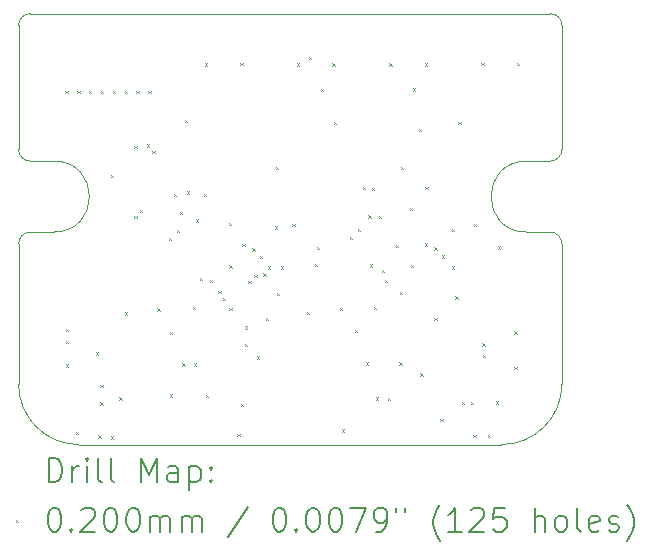
<source format=gbr>
%TF.GenerationSoftware,KiCad,Pcbnew,7.0.7*%
%TF.CreationDate,2023-12-03T17:34:22+00:00*%
%TF.ProjectId,tundraIOExpansion,74756e64-7261-4494-9f45-7870616e7369,rev?*%
%TF.SameCoordinates,Original*%
%TF.FileFunction,Drillmap*%
%TF.FilePolarity,Positive*%
%FSLAX45Y45*%
G04 Gerber Fmt 4.5, Leading zero omitted, Abs format (unit mm)*
G04 Created by KiCad (PCBNEW 7.0.7) date 2023-12-03 17:34:22*
%MOMM*%
%LPD*%
G01*
G04 APERTURE LIST*
%ADD10C,0.100000*%
%ADD11C,0.200000*%
%ADD12C,0.020000*%
G04 APERTURE END LIST*
D10*
X11578000Y-6809000D02*
G75*
G03*
X11678000Y-6909000I100000J0D01*
G01*
X11678000Y-7509000D02*
G75*
G03*
X11578000Y-7609000I0J-100000D01*
G01*
X16178000Y-7609000D02*
G75*
G03*
X16078000Y-7509000I-100000J0D01*
G01*
X16078000Y-6909000D02*
G75*
G03*
X16178000Y-6809000I0J100000D01*
G01*
X16178000Y-5759000D02*
G75*
G03*
X16078000Y-5659000I-100000J0D01*
G01*
X11678000Y-5659000D02*
G75*
G03*
X11578000Y-5759000I0J-100000D01*
G01*
X15665900Y-9309000D02*
G75*
G03*
X16178000Y-8796900I0J512100D01*
G01*
X11578000Y-8796900D02*
G75*
G03*
X12090100Y-9309000I512100J0D01*
G01*
X11578000Y-6809000D02*
X11578000Y-5759000D01*
X11878000Y-7509000D02*
X11678000Y-7509000D01*
X15878000Y-6909000D02*
X16078000Y-6909000D01*
X12090100Y-9309000D02*
X15665900Y-9309000D01*
X16178000Y-6809000D02*
X16178000Y-5759000D01*
X11578000Y-7609000D02*
X11578000Y-8796900D01*
X16078000Y-7509000D02*
X15878000Y-7509000D01*
X11678000Y-6909000D02*
X11878000Y-6909000D01*
X16078000Y-5659000D02*
X11678000Y-5659000D01*
X11878000Y-7509000D02*
G75*
G03*
X11878000Y-6909000I0J300000D01*
G01*
X16178000Y-8796900D02*
X16178000Y-7609000D01*
X15878000Y-6909000D02*
G75*
G03*
X15878000Y-7509000I0J-300000D01*
G01*
D11*
D12*
X11975000Y-6316000D02*
X11995000Y-6336000D01*
X11995000Y-6316000D02*
X11975000Y-6336000D01*
X11977000Y-8430000D02*
X11997000Y-8450000D01*
X11997000Y-8430000D02*
X11977000Y-8450000D01*
X11978000Y-8330000D02*
X11998000Y-8350000D01*
X11998000Y-8330000D02*
X11978000Y-8350000D01*
X11979000Y-8630000D02*
X11999000Y-8650000D01*
X11999000Y-8630000D02*
X11979000Y-8650000D01*
X12061000Y-9200000D02*
X12081000Y-9220000D01*
X12081000Y-9200000D02*
X12061000Y-9220000D01*
X12074000Y-6316000D02*
X12094000Y-6336000D01*
X12094000Y-6316000D02*
X12074000Y-6336000D01*
X12175000Y-6313000D02*
X12195000Y-6333000D01*
X12195000Y-6313000D02*
X12175000Y-6333000D01*
X12234000Y-8528000D02*
X12254000Y-8548000D01*
X12254000Y-8528000D02*
X12234000Y-8548000D01*
X12252000Y-9230000D02*
X12272000Y-9250000D01*
X12272000Y-9230000D02*
X12252000Y-9250000D01*
X12271000Y-8804000D02*
X12291000Y-8824000D01*
X12291000Y-8804000D02*
X12271000Y-8824000D01*
X12271000Y-8951000D02*
X12291000Y-8971000D01*
X12291000Y-8951000D02*
X12271000Y-8971000D01*
X12276000Y-6312000D02*
X12296000Y-6332000D01*
X12296000Y-6312000D02*
X12276000Y-6332000D01*
X12357000Y-9239000D02*
X12377000Y-9259000D01*
X12377000Y-9239000D02*
X12357000Y-9259000D01*
X12360000Y-7027000D02*
X12380000Y-7047000D01*
X12380000Y-7027000D02*
X12360000Y-7047000D01*
X12376000Y-6314000D02*
X12396000Y-6334000D01*
X12396000Y-6314000D02*
X12376000Y-6334000D01*
X12431000Y-8909000D02*
X12451000Y-8929000D01*
X12451000Y-8909000D02*
X12431000Y-8929000D01*
X12476000Y-6314000D02*
X12496000Y-6334000D01*
X12496000Y-6314000D02*
X12476000Y-6334000D01*
X12477000Y-8189000D02*
X12497000Y-8209000D01*
X12497000Y-8189000D02*
X12477000Y-8209000D01*
X12556578Y-7370502D02*
X12576578Y-7390502D01*
X12576578Y-7370502D02*
X12556578Y-7390502D01*
X12558350Y-6781000D02*
X12578350Y-6801000D01*
X12578350Y-6781000D02*
X12558350Y-6801000D01*
X12576000Y-6312000D02*
X12596000Y-6332000D01*
X12596000Y-6312000D02*
X12576000Y-6332000D01*
X12606000Y-7321000D02*
X12626000Y-7341000D01*
X12626000Y-7321000D02*
X12606000Y-7341000D01*
X12662921Y-6767422D02*
X12682921Y-6787422D01*
X12682921Y-6767422D02*
X12662921Y-6787422D01*
X12676000Y-6312000D02*
X12696000Y-6332000D01*
X12696000Y-6312000D02*
X12676000Y-6332000D01*
X12709622Y-6819499D02*
X12729622Y-6839499D01*
X12729622Y-6819499D02*
X12709622Y-6839499D01*
X12753886Y-8156322D02*
X12773886Y-8176322D01*
X12773886Y-8156322D02*
X12753886Y-8176322D01*
X12848000Y-7557000D02*
X12868000Y-7577000D01*
X12868000Y-7557000D02*
X12848000Y-7577000D01*
X12857700Y-8356000D02*
X12877700Y-8376000D01*
X12877700Y-8356000D02*
X12857700Y-8376000D01*
X12861000Y-8883000D02*
X12881000Y-8903000D01*
X12881000Y-8883000D02*
X12861000Y-8903000D01*
X12895000Y-7185000D02*
X12915000Y-7205000D01*
X12915000Y-7185000D02*
X12895000Y-7205000D01*
X12919000Y-7488000D02*
X12939000Y-7508000D01*
X12939000Y-7488000D02*
X12919000Y-7508000D01*
X12942000Y-7340000D02*
X12962000Y-7360000D01*
X12962000Y-7340000D02*
X12942000Y-7360000D01*
X12963000Y-8622300D02*
X12983000Y-8642300D01*
X12983000Y-8622300D02*
X12963000Y-8642300D01*
X12987000Y-6557000D02*
X13007000Y-6577000D01*
X13007000Y-6557000D02*
X12987000Y-6577000D01*
X13003000Y-7163750D02*
X13023000Y-7183750D01*
X13023000Y-7163750D02*
X13003000Y-7183750D01*
X13054086Y-8143178D02*
X13074086Y-8163178D01*
X13074086Y-8143178D02*
X13054086Y-8163178D01*
X13062543Y-8622000D02*
X13082543Y-8642000D01*
X13082543Y-8622000D02*
X13062543Y-8642000D01*
X13077274Y-7402725D02*
X13097274Y-7422725D01*
X13097274Y-7402725D02*
X13077274Y-7422725D01*
X13115000Y-7897000D02*
X13135000Y-7917000D01*
X13135000Y-7897000D02*
X13115000Y-7917000D01*
X13144731Y-7187269D02*
X13164731Y-7207269D01*
X13164731Y-7187269D02*
X13144731Y-7207269D01*
X13156000Y-6080000D02*
X13176000Y-6100000D01*
X13176000Y-6080000D02*
X13156000Y-6100000D01*
X13164000Y-8887000D02*
X13184000Y-8907000D01*
X13184000Y-8887000D02*
X13164000Y-8907000D01*
X13196436Y-7912564D02*
X13216436Y-7932564D01*
X13216436Y-7912564D02*
X13196436Y-7932564D01*
X13269000Y-8008000D02*
X13289000Y-8028000D01*
X13289000Y-8008000D02*
X13269000Y-8028000D01*
X13306460Y-8068832D02*
X13326460Y-8088832D01*
X13326460Y-8068832D02*
X13306460Y-8088832D01*
X13358000Y-7431000D02*
X13378000Y-7451000D01*
X13378000Y-7431000D02*
X13358000Y-7451000D01*
X13363357Y-7789642D02*
X13383357Y-7809642D01*
X13383357Y-7789642D02*
X13363357Y-7809642D01*
X13363441Y-8150253D02*
X13383441Y-8170253D01*
X13383441Y-8150253D02*
X13363441Y-8170253D01*
X13430000Y-9217000D02*
X13450000Y-9237000D01*
X13450000Y-9217000D02*
X13430000Y-9237000D01*
X13457000Y-6078000D02*
X13477000Y-6098000D01*
X13477000Y-6078000D02*
X13457000Y-6098000D01*
X13458000Y-8966000D02*
X13478000Y-8986000D01*
X13478000Y-8966000D02*
X13458000Y-8986000D01*
X13471969Y-7608410D02*
X13491969Y-7628410D01*
X13491969Y-7608410D02*
X13471969Y-7628410D01*
X13493000Y-8457000D02*
X13513000Y-8477000D01*
X13513000Y-8457000D02*
X13493000Y-8477000D01*
X13494000Y-8308000D02*
X13514000Y-8328000D01*
X13514000Y-8308000D02*
X13494000Y-8328000D01*
X13523979Y-7921399D02*
X13543979Y-7941399D01*
X13543979Y-7921399D02*
X13523979Y-7941399D01*
X13558098Y-7646507D02*
X13578098Y-7666507D01*
X13578098Y-7646507D02*
X13558098Y-7666507D01*
X13575000Y-7873546D02*
X13595000Y-7893546D01*
X13595000Y-7873546D02*
X13575000Y-7893546D01*
X13597275Y-8560275D02*
X13617275Y-8580275D01*
X13617275Y-8560275D02*
X13597275Y-8580275D01*
X13622398Y-7710806D02*
X13642398Y-7730806D01*
X13642398Y-7710806D02*
X13622398Y-7730806D01*
X13648822Y-7858252D02*
X13668822Y-7878252D01*
X13668822Y-7858252D02*
X13648822Y-7878252D01*
X13669000Y-8237000D02*
X13689000Y-8257000D01*
X13689000Y-8237000D02*
X13669000Y-8257000D01*
X13686000Y-7799000D02*
X13706000Y-7819000D01*
X13706000Y-7799000D02*
X13686000Y-7819000D01*
X13747270Y-7459730D02*
X13767270Y-7479730D01*
X13767270Y-7459730D02*
X13747270Y-7479730D01*
X13758000Y-6957000D02*
X13778000Y-6977000D01*
X13778000Y-6957000D02*
X13758000Y-6977000D01*
X13762885Y-8026185D02*
X13782885Y-8046185D01*
X13782885Y-8026185D02*
X13762885Y-8046185D01*
X13798834Y-7799351D02*
X13818834Y-7819351D01*
X13818834Y-7799351D02*
X13798834Y-7819351D01*
X13897000Y-7437000D02*
X13917000Y-7457000D01*
X13917000Y-7437000D02*
X13897000Y-7457000D01*
X13936000Y-6081000D02*
X13956000Y-6101000D01*
X13956000Y-6081000D02*
X13936000Y-6101000D01*
X14020114Y-8183678D02*
X14040114Y-8203678D01*
X14040114Y-8183678D02*
X14020114Y-8203678D01*
X14036000Y-6028000D02*
X14056000Y-6048000D01*
X14056000Y-6028000D02*
X14036000Y-6048000D01*
X14087000Y-7777000D02*
X14107000Y-7797000D01*
X14107000Y-7777000D02*
X14087000Y-7797000D01*
X14102000Y-7632000D02*
X14122000Y-7652000D01*
X14122000Y-7632000D02*
X14102000Y-7652000D01*
X14135000Y-6298000D02*
X14155000Y-6318000D01*
X14155000Y-6298000D02*
X14135000Y-6318000D01*
X14235000Y-6080000D02*
X14255000Y-6100000D01*
X14255000Y-6080000D02*
X14235000Y-6100000D01*
X14245000Y-6575000D02*
X14265000Y-6595000D01*
X14265000Y-6575000D02*
X14245000Y-6595000D01*
X14295886Y-8148322D02*
X14315886Y-8168322D01*
X14315886Y-8148322D02*
X14295886Y-8168322D01*
X14313000Y-9181000D02*
X14333000Y-9201000D01*
X14333000Y-9181000D02*
X14313000Y-9201000D01*
X14384000Y-7551000D02*
X14404000Y-7571000D01*
X14404000Y-7551000D02*
X14384000Y-7571000D01*
X14427000Y-8337000D02*
X14447000Y-8357000D01*
X14447000Y-8337000D02*
X14427000Y-8357000D01*
X14452000Y-7481000D02*
X14472000Y-7501000D01*
X14472000Y-7481000D02*
X14452000Y-7501000D01*
X14492783Y-7126712D02*
X14512783Y-7146712D01*
X14512783Y-7126712D02*
X14492783Y-7146712D01*
X14517000Y-8613000D02*
X14537000Y-8633000D01*
X14537000Y-8613000D02*
X14517000Y-8633000D01*
X14540000Y-7369000D02*
X14560000Y-7389000D01*
X14560000Y-7369000D02*
X14540000Y-7389000D01*
X14551225Y-7781225D02*
X14571225Y-7801225D01*
X14571225Y-7781225D02*
X14551225Y-7801225D01*
X14570939Y-7132684D02*
X14590939Y-7152684D01*
X14590939Y-7132684D02*
X14570939Y-7152684D01*
X14587000Y-8142000D02*
X14607000Y-8162000D01*
X14607000Y-8142000D02*
X14587000Y-8162000D01*
X14604000Y-8910000D02*
X14624000Y-8930000D01*
X14624000Y-8910000D02*
X14604000Y-8930000D01*
X14630000Y-7370000D02*
X14650000Y-7390000D01*
X14650000Y-7370000D02*
X14630000Y-7390000D01*
X14652152Y-7830848D02*
X14672152Y-7850848D01*
X14672152Y-7830848D02*
X14652152Y-7850848D01*
X14678000Y-7916000D02*
X14698000Y-7936000D01*
X14698000Y-7916000D02*
X14678000Y-7936000D01*
X14703000Y-8911000D02*
X14723000Y-8931000D01*
X14723000Y-8911000D02*
X14703000Y-8931000D01*
X14716000Y-6081000D02*
X14736000Y-6101000D01*
X14736000Y-6081000D02*
X14716000Y-6101000D01*
X14770000Y-7620000D02*
X14790000Y-7640000D01*
X14790000Y-7620000D02*
X14770000Y-7640000D01*
X14802000Y-8612000D02*
X14822000Y-8632000D01*
X14822000Y-8612000D02*
X14802000Y-8632000D01*
X14807000Y-8016000D02*
X14827000Y-8036000D01*
X14827000Y-8016000D02*
X14807000Y-8036000D01*
X14814000Y-6956000D02*
X14834000Y-6976000D01*
X14834000Y-6956000D02*
X14814000Y-6976000D01*
X14890000Y-7302362D02*
X14910000Y-7322362D01*
X14910000Y-7302362D02*
X14890000Y-7322362D01*
X14899000Y-7787000D02*
X14919000Y-7807000D01*
X14919000Y-7787000D02*
X14899000Y-7807000D01*
X14916000Y-6293000D02*
X14936000Y-6313000D01*
X14936000Y-6293000D02*
X14916000Y-6313000D01*
X14966000Y-6636000D02*
X14986000Y-6656000D01*
X14986000Y-6636000D02*
X14966000Y-6656000D01*
X14980275Y-8706275D02*
X15000275Y-8726275D01*
X15000275Y-8706275D02*
X14980275Y-8726275D01*
X15016000Y-6081000D02*
X15036000Y-6101000D01*
X15036000Y-6081000D02*
X15016000Y-6101000D01*
X15020000Y-7605000D02*
X15040000Y-7625000D01*
X15040000Y-7605000D02*
X15020000Y-7625000D01*
X15022000Y-7125000D02*
X15042000Y-7145000D01*
X15042000Y-7125000D02*
X15022000Y-7145000D01*
X15098000Y-8236000D02*
X15118000Y-8256000D01*
X15118000Y-8236000D02*
X15098000Y-8256000D01*
X15099000Y-7640000D02*
X15119000Y-7660000D01*
X15119000Y-7640000D02*
X15099000Y-7660000D01*
X15148000Y-9093000D02*
X15168000Y-9113000D01*
X15168000Y-9093000D02*
X15148000Y-9113000D01*
X15160000Y-7707000D02*
X15180000Y-7727000D01*
X15180000Y-7707000D02*
X15160000Y-7727000D01*
X15245700Y-7484700D02*
X15265700Y-7504700D01*
X15265700Y-7484700D02*
X15245700Y-7504700D01*
X15246000Y-7798000D02*
X15266000Y-7818000D01*
X15266000Y-7798000D02*
X15246000Y-7818000D01*
X15277000Y-8055000D02*
X15297000Y-8075000D01*
X15297000Y-8055000D02*
X15277000Y-8075000D01*
X15300000Y-6574000D02*
X15320000Y-6594000D01*
X15320000Y-6574000D02*
X15300000Y-6594000D01*
X15333000Y-8948000D02*
X15353000Y-8968000D01*
X15353000Y-8948000D02*
X15333000Y-8968000D01*
X15409000Y-8946000D02*
X15429000Y-8966000D01*
X15429000Y-8946000D02*
X15409000Y-8966000D01*
X15429000Y-9225000D02*
X15449000Y-9245000D01*
X15449000Y-9225000D02*
X15429000Y-9245000D01*
X15434000Y-7441000D02*
X15454000Y-7461000D01*
X15454000Y-7441000D02*
X15434000Y-7461000D01*
X15495000Y-6078000D02*
X15515000Y-6098000D01*
X15515000Y-6078000D02*
X15495000Y-6098000D01*
X15504000Y-8451000D02*
X15524000Y-8471000D01*
X15524000Y-8451000D02*
X15504000Y-8471000D01*
X15506000Y-8549000D02*
X15526000Y-8569000D01*
X15526000Y-8549000D02*
X15506000Y-8569000D01*
X15553000Y-9225000D02*
X15573000Y-9245000D01*
X15573000Y-9225000D02*
X15553000Y-9245000D01*
X15620000Y-8943000D02*
X15640000Y-8963000D01*
X15640000Y-8943000D02*
X15620000Y-8963000D01*
X15638000Y-7629000D02*
X15658000Y-7649000D01*
X15658000Y-7629000D02*
X15638000Y-7649000D01*
X15775000Y-8651000D02*
X15795000Y-8671000D01*
X15795000Y-8651000D02*
X15775000Y-8671000D01*
X15776000Y-8350000D02*
X15796000Y-8370000D01*
X15796000Y-8350000D02*
X15776000Y-8370000D01*
X15795000Y-6078000D02*
X15815000Y-6098000D01*
X15815000Y-6078000D02*
X15795000Y-6098000D01*
D11*
X11833777Y-9625484D02*
X11833777Y-9425484D01*
X11833777Y-9425484D02*
X11881396Y-9425484D01*
X11881396Y-9425484D02*
X11909967Y-9435008D01*
X11909967Y-9435008D02*
X11929015Y-9454055D01*
X11929015Y-9454055D02*
X11938539Y-9473103D01*
X11938539Y-9473103D02*
X11948062Y-9511198D01*
X11948062Y-9511198D02*
X11948062Y-9539770D01*
X11948062Y-9539770D02*
X11938539Y-9577865D01*
X11938539Y-9577865D02*
X11929015Y-9596912D01*
X11929015Y-9596912D02*
X11909967Y-9615960D01*
X11909967Y-9615960D02*
X11881396Y-9625484D01*
X11881396Y-9625484D02*
X11833777Y-9625484D01*
X12033777Y-9625484D02*
X12033777Y-9492150D01*
X12033777Y-9530246D02*
X12043301Y-9511198D01*
X12043301Y-9511198D02*
X12052824Y-9501674D01*
X12052824Y-9501674D02*
X12071872Y-9492150D01*
X12071872Y-9492150D02*
X12090920Y-9492150D01*
X12157586Y-9625484D02*
X12157586Y-9492150D01*
X12157586Y-9425484D02*
X12148062Y-9435008D01*
X12148062Y-9435008D02*
X12157586Y-9444531D01*
X12157586Y-9444531D02*
X12167110Y-9435008D01*
X12167110Y-9435008D02*
X12157586Y-9425484D01*
X12157586Y-9425484D02*
X12157586Y-9444531D01*
X12281396Y-9625484D02*
X12262348Y-9615960D01*
X12262348Y-9615960D02*
X12252824Y-9596912D01*
X12252824Y-9596912D02*
X12252824Y-9425484D01*
X12386158Y-9625484D02*
X12367110Y-9615960D01*
X12367110Y-9615960D02*
X12357586Y-9596912D01*
X12357586Y-9596912D02*
X12357586Y-9425484D01*
X12614729Y-9625484D02*
X12614729Y-9425484D01*
X12614729Y-9425484D02*
X12681396Y-9568341D01*
X12681396Y-9568341D02*
X12748062Y-9425484D01*
X12748062Y-9425484D02*
X12748062Y-9625484D01*
X12929015Y-9625484D02*
X12929015Y-9520722D01*
X12929015Y-9520722D02*
X12919491Y-9501674D01*
X12919491Y-9501674D02*
X12900443Y-9492150D01*
X12900443Y-9492150D02*
X12862348Y-9492150D01*
X12862348Y-9492150D02*
X12843301Y-9501674D01*
X12929015Y-9615960D02*
X12909967Y-9625484D01*
X12909967Y-9625484D02*
X12862348Y-9625484D01*
X12862348Y-9625484D02*
X12843301Y-9615960D01*
X12843301Y-9615960D02*
X12833777Y-9596912D01*
X12833777Y-9596912D02*
X12833777Y-9577865D01*
X12833777Y-9577865D02*
X12843301Y-9558817D01*
X12843301Y-9558817D02*
X12862348Y-9549293D01*
X12862348Y-9549293D02*
X12909967Y-9549293D01*
X12909967Y-9549293D02*
X12929015Y-9539770D01*
X13024253Y-9492150D02*
X13024253Y-9692150D01*
X13024253Y-9501674D02*
X13043301Y-9492150D01*
X13043301Y-9492150D02*
X13081396Y-9492150D01*
X13081396Y-9492150D02*
X13100443Y-9501674D01*
X13100443Y-9501674D02*
X13109967Y-9511198D01*
X13109967Y-9511198D02*
X13119491Y-9530246D01*
X13119491Y-9530246D02*
X13119491Y-9587389D01*
X13119491Y-9587389D02*
X13109967Y-9606436D01*
X13109967Y-9606436D02*
X13100443Y-9615960D01*
X13100443Y-9615960D02*
X13081396Y-9625484D01*
X13081396Y-9625484D02*
X13043301Y-9625484D01*
X13043301Y-9625484D02*
X13024253Y-9615960D01*
X13205205Y-9606436D02*
X13214729Y-9615960D01*
X13214729Y-9615960D02*
X13205205Y-9625484D01*
X13205205Y-9625484D02*
X13195682Y-9615960D01*
X13195682Y-9615960D02*
X13205205Y-9606436D01*
X13205205Y-9606436D02*
X13205205Y-9625484D01*
X13205205Y-9501674D02*
X13214729Y-9511198D01*
X13214729Y-9511198D02*
X13205205Y-9520722D01*
X13205205Y-9520722D02*
X13195682Y-9511198D01*
X13195682Y-9511198D02*
X13205205Y-9501674D01*
X13205205Y-9501674D02*
X13205205Y-9520722D01*
D12*
X11553000Y-9944000D02*
X11573000Y-9964000D01*
X11573000Y-9944000D02*
X11553000Y-9964000D01*
D11*
X11871872Y-9845484D02*
X11890920Y-9845484D01*
X11890920Y-9845484D02*
X11909967Y-9855008D01*
X11909967Y-9855008D02*
X11919491Y-9864531D01*
X11919491Y-9864531D02*
X11929015Y-9883579D01*
X11929015Y-9883579D02*
X11938539Y-9921674D01*
X11938539Y-9921674D02*
X11938539Y-9969293D01*
X11938539Y-9969293D02*
X11929015Y-10007389D01*
X11929015Y-10007389D02*
X11919491Y-10026436D01*
X11919491Y-10026436D02*
X11909967Y-10035960D01*
X11909967Y-10035960D02*
X11890920Y-10045484D01*
X11890920Y-10045484D02*
X11871872Y-10045484D01*
X11871872Y-10045484D02*
X11852824Y-10035960D01*
X11852824Y-10035960D02*
X11843301Y-10026436D01*
X11843301Y-10026436D02*
X11833777Y-10007389D01*
X11833777Y-10007389D02*
X11824253Y-9969293D01*
X11824253Y-9969293D02*
X11824253Y-9921674D01*
X11824253Y-9921674D02*
X11833777Y-9883579D01*
X11833777Y-9883579D02*
X11843301Y-9864531D01*
X11843301Y-9864531D02*
X11852824Y-9855008D01*
X11852824Y-9855008D02*
X11871872Y-9845484D01*
X12024253Y-10026436D02*
X12033777Y-10035960D01*
X12033777Y-10035960D02*
X12024253Y-10045484D01*
X12024253Y-10045484D02*
X12014729Y-10035960D01*
X12014729Y-10035960D02*
X12024253Y-10026436D01*
X12024253Y-10026436D02*
X12024253Y-10045484D01*
X12109967Y-9864531D02*
X12119491Y-9855008D01*
X12119491Y-9855008D02*
X12138539Y-9845484D01*
X12138539Y-9845484D02*
X12186158Y-9845484D01*
X12186158Y-9845484D02*
X12205205Y-9855008D01*
X12205205Y-9855008D02*
X12214729Y-9864531D01*
X12214729Y-9864531D02*
X12224253Y-9883579D01*
X12224253Y-9883579D02*
X12224253Y-9902627D01*
X12224253Y-9902627D02*
X12214729Y-9931198D01*
X12214729Y-9931198D02*
X12100443Y-10045484D01*
X12100443Y-10045484D02*
X12224253Y-10045484D01*
X12348062Y-9845484D02*
X12367110Y-9845484D01*
X12367110Y-9845484D02*
X12386158Y-9855008D01*
X12386158Y-9855008D02*
X12395682Y-9864531D01*
X12395682Y-9864531D02*
X12405205Y-9883579D01*
X12405205Y-9883579D02*
X12414729Y-9921674D01*
X12414729Y-9921674D02*
X12414729Y-9969293D01*
X12414729Y-9969293D02*
X12405205Y-10007389D01*
X12405205Y-10007389D02*
X12395682Y-10026436D01*
X12395682Y-10026436D02*
X12386158Y-10035960D01*
X12386158Y-10035960D02*
X12367110Y-10045484D01*
X12367110Y-10045484D02*
X12348062Y-10045484D01*
X12348062Y-10045484D02*
X12329015Y-10035960D01*
X12329015Y-10035960D02*
X12319491Y-10026436D01*
X12319491Y-10026436D02*
X12309967Y-10007389D01*
X12309967Y-10007389D02*
X12300443Y-9969293D01*
X12300443Y-9969293D02*
X12300443Y-9921674D01*
X12300443Y-9921674D02*
X12309967Y-9883579D01*
X12309967Y-9883579D02*
X12319491Y-9864531D01*
X12319491Y-9864531D02*
X12329015Y-9855008D01*
X12329015Y-9855008D02*
X12348062Y-9845484D01*
X12538539Y-9845484D02*
X12557586Y-9845484D01*
X12557586Y-9845484D02*
X12576634Y-9855008D01*
X12576634Y-9855008D02*
X12586158Y-9864531D01*
X12586158Y-9864531D02*
X12595682Y-9883579D01*
X12595682Y-9883579D02*
X12605205Y-9921674D01*
X12605205Y-9921674D02*
X12605205Y-9969293D01*
X12605205Y-9969293D02*
X12595682Y-10007389D01*
X12595682Y-10007389D02*
X12586158Y-10026436D01*
X12586158Y-10026436D02*
X12576634Y-10035960D01*
X12576634Y-10035960D02*
X12557586Y-10045484D01*
X12557586Y-10045484D02*
X12538539Y-10045484D01*
X12538539Y-10045484D02*
X12519491Y-10035960D01*
X12519491Y-10035960D02*
X12509967Y-10026436D01*
X12509967Y-10026436D02*
X12500443Y-10007389D01*
X12500443Y-10007389D02*
X12490920Y-9969293D01*
X12490920Y-9969293D02*
X12490920Y-9921674D01*
X12490920Y-9921674D02*
X12500443Y-9883579D01*
X12500443Y-9883579D02*
X12509967Y-9864531D01*
X12509967Y-9864531D02*
X12519491Y-9855008D01*
X12519491Y-9855008D02*
X12538539Y-9845484D01*
X12690920Y-10045484D02*
X12690920Y-9912150D01*
X12690920Y-9931198D02*
X12700443Y-9921674D01*
X12700443Y-9921674D02*
X12719491Y-9912150D01*
X12719491Y-9912150D02*
X12748063Y-9912150D01*
X12748063Y-9912150D02*
X12767110Y-9921674D01*
X12767110Y-9921674D02*
X12776634Y-9940722D01*
X12776634Y-9940722D02*
X12776634Y-10045484D01*
X12776634Y-9940722D02*
X12786158Y-9921674D01*
X12786158Y-9921674D02*
X12805205Y-9912150D01*
X12805205Y-9912150D02*
X12833777Y-9912150D01*
X12833777Y-9912150D02*
X12852824Y-9921674D01*
X12852824Y-9921674D02*
X12862348Y-9940722D01*
X12862348Y-9940722D02*
X12862348Y-10045484D01*
X12957586Y-10045484D02*
X12957586Y-9912150D01*
X12957586Y-9931198D02*
X12967110Y-9921674D01*
X12967110Y-9921674D02*
X12986158Y-9912150D01*
X12986158Y-9912150D02*
X13014729Y-9912150D01*
X13014729Y-9912150D02*
X13033777Y-9921674D01*
X13033777Y-9921674D02*
X13043301Y-9940722D01*
X13043301Y-9940722D02*
X13043301Y-10045484D01*
X13043301Y-9940722D02*
X13052824Y-9921674D01*
X13052824Y-9921674D02*
X13071872Y-9912150D01*
X13071872Y-9912150D02*
X13100443Y-9912150D01*
X13100443Y-9912150D02*
X13119491Y-9921674D01*
X13119491Y-9921674D02*
X13129015Y-9940722D01*
X13129015Y-9940722D02*
X13129015Y-10045484D01*
X13519491Y-9835960D02*
X13348063Y-10093103D01*
X13776634Y-9845484D02*
X13795682Y-9845484D01*
X13795682Y-9845484D02*
X13814729Y-9855008D01*
X13814729Y-9855008D02*
X13824253Y-9864531D01*
X13824253Y-9864531D02*
X13833777Y-9883579D01*
X13833777Y-9883579D02*
X13843301Y-9921674D01*
X13843301Y-9921674D02*
X13843301Y-9969293D01*
X13843301Y-9969293D02*
X13833777Y-10007389D01*
X13833777Y-10007389D02*
X13824253Y-10026436D01*
X13824253Y-10026436D02*
X13814729Y-10035960D01*
X13814729Y-10035960D02*
X13795682Y-10045484D01*
X13795682Y-10045484D02*
X13776634Y-10045484D01*
X13776634Y-10045484D02*
X13757586Y-10035960D01*
X13757586Y-10035960D02*
X13748063Y-10026436D01*
X13748063Y-10026436D02*
X13738539Y-10007389D01*
X13738539Y-10007389D02*
X13729015Y-9969293D01*
X13729015Y-9969293D02*
X13729015Y-9921674D01*
X13729015Y-9921674D02*
X13738539Y-9883579D01*
X13738539Y-9883579D02*
X13748063Y-9864531D01*
X13748063Y-9864531D02*
X13757586Y-9855008D01*
X13757586Y-9855008D02*
X13776634Y-9845484D01*
X13929015Y-10026436D02*
X13938539Y-10035960D01*
X13938539Y-10035960D02*
X13929015Y-10045484D01*
X13929015Y-10045484D02*
X13919491Y-10035960D01*
X13919491Y-10035960D02*
X13929015Y-10026436D01*
X13929015Y-10026436D02*
X13929015Y-10045484D01*
X14062348Y-9845484D02*
X14081396Y-9845484D01*
X14081396Y-9845484D02*
X14100444Y-9855008D01*
X14100444Y-9855008D02*
X14109967Y-9864531D01*
X14109967Y-9864531D02*
X14119491Y-9883579D01*
X14119491Y-9883579D02*
X14129015Y-9921674D01*
X14129015Y-9921674D02*
X14129015Y-9969293D01*
X14129015Y-9969293D02*
X14119491Y-10007389D01*
X14119491Y-10007389D02*
X14109967Y-10026436D01*
X14109967Y-10026436D02*
X14100444Y-10035960D01*
X14100444Y-10035960D02*
X14081396Y-10045484D01*
X14081396Y-10045484D02*
X14062348Y-10045484D01*
X14062348Y-10045484D02*
X14043301Y-10035960D01*
X14043301Y-10035960D02*
X14033777Y-10026436D01*
X14033777Y-10026436D02*
X14024253Y-10007389D01*
X14024253Y-10007389D02*
X14014729Y-9969293D01*
X14014729Y-9969293D02*
X14014729Y-9921674D01*
X14014729Y-9921674D02*
X14024253Y-9883579D01*
X14024253Y-9883579D02*
X14033777Y-9864531D01*
X14033777Y-9864531D02*
X14043301Y-9855008D01*
X14043301Y-9855008D02*
X14062348Y-9845484D01*
X14252825Y-9845484D02*
X14271872Y-9845484D01*
X14271872Y-9845484D02*
X14290920Y-9855008D01*
X14290920Y-9855008D02*
X14300444Y-9864531D01*
X14300444Y-9864531D02*
X14309967Y-9883579D01*
X14309967Y-9883579D02*
X14319491Y-9921674D01*
X14319491Y-9921674D02*
X14319491Y-9969293D01*
X14319491Y-9969293D02*
X14309967Y-10007389D01*
X14309967Y-10007389D02*
X14300444Y-10026436D01*
X14300444Y-10026436D02*
X14290920Y-10035960D01*
X14290920Y-10035960D02*
X14271872Y-10045484D01*
X14271872Y-10045484D02*
X14252825Y-10045484D01*
X14252825Y-10045484D02*
X14233777Y-10035960D01*
X14233777Y-10035960D02*
X14224253Y-10026436D01*
X14224253Y-10026436D02*
X14214729Y-10007389D01*
X14214729Y-10007389D02*
X14205206Y-9969293D01*
X14205206Y-9969293D02*
X14205206Y-9921674D01*
X14205206Y-9921674D02*
X14214729Y-9883579D01*
X14214729Y-9883579D02*
X14224253Y-9864531D01*
X14224253Y-9864531D02*
X14233777Y-9855008D01*
X14233777Y-9855008D02*
X14252825Y-9845484D01*
X14386158Y-9845484D02*
X14519491Y-9845484D01*
X14519491Y-9845484D02*
X14433777Y-10045484D01*
X14605206Y-10045484D02*
X14643301Y-10045484D01*
X14643301Y-10045484D02*
X14662348Y-10035960D01*
X14662348Y-10035960D02*
X14671872Y-10026436D01*
X14671872Y-10026436D02*
X14690920Y-9997865D01*
X14690920Y-9997865D02*
X14700444Y-9959770D01*
X14700444Y-9959770D02*
X14700444Y-9883579D01*
X14700444Y-9883579D02*
X14690920Y-9864531D01*
X14690920Y-9864531D02*
X14681396Y-9855008D01*
X14681396Y-9855008D02*
X14662348Y-9845484D01*
X14662348Y-9845484D02*
X14624253Y-9845484D01*
X14624253Y-9845484D02*
X14605206Y-9855008D01*
X14605206Y-9855008D02*
X14595682Y-9864531D01*
X14595682Y-9864531D02*
X14586158Y-9883579D01*
X14586158Y-9883579D02*
X14586158Y-9931198D01*
X14586158Y-9931198D02*
X14595682Y-9950246D01*
X14595682Y-9950246D02*
X14605206Y-9959770D01*
X14605206Y-9959770D02*
X14624253Y-9969293D01*
X14624253Y-9969293D02*
X14662348Y-9969293D01*
X14662348Y-9969293D02*
X14681396Y-9959770D01*
X14681396Y-9959770D02*
X14690920Y-9950246D01*
X14690920Y-9950246D02*
X14700444Y-9931198D01*
X14776634Y-9845484D02*
X14776634Y-9883579D01*
X14852825Y-9845484D02*
X14852825Y-9883579D01*
X15148063Y-10121674D02*
X15138539Y-10112150D01*
X15138539Y-10112150D02*
X15119491Y-10083579D01*
X15119491Y-10083579D02*
X15109968Y-10064531D01*
X15109968Y-10064531D02*
X15100444Y-10035960D01*
X15100444Y-10035960D02*
X15090920Y-9988341D01*
X15090920Y-9988341D02*
X15090920Y-9950246D01*
X15090920Y-9950246D02*
X15100444Y-9902627D01*
X15100444Y-9902627D02*
X15109968Y-9874055D01*
X15109968Y-9874055D02*
X15119491Y-9855008D01*
X15119491Y-9855008D02*
X15138539Y-9826436D01*
X15138539Y-9826436D02*
X15148063Y-9816912D01*
X15329015Y-10045484D02*
X15214729Y-10045484D01*
X15271872Y-10045484D02*
X15271872Y-9845484D01*
X15271872Y-9845484D02*
X15252825Y-9874055D01*
X15252825Y-9874055D02*
X15233777Y-9893103D01*
X15233777Y-9893103D02*
X15214729Y-9902627D01*
X15405206Y-9864531D02*
X15414729Y-9855008D01*
X15414729Y-9855008D02*
X15433777Y-9845484D01*
X15433777Y-9845484D02*
X15481396Y-9845484D01*
X15481396Y-9845484D02*
X15500444Y-9855008D01*
X15500444Y-9855008D02*
X15509968Y-9864531D01*
X15509968Y-9864531D02*
X15519491Y-9883579D01*
X15519491Y-9883579D02*
X15519491Y-9902627D01*
X15519491Y-9902627D02*
X15509968Y-9931198D01*
X15509968Y-9931198D02*
X15395682Y-10045484D01*
X15395682Y-10045484D02*
X15519491Y-10045484D01*
X15700444Y-9845484D02*
X15605206Y-9845484D01*
X15605206Y-9845484D02*
X15595682Y-9940722D01*
X15595682Y-9940722D02*
X15605206Y-9931198D01*
X15605206Y-9931198D02*
X15624253Y-9921674D01*
X15624253Y-9921674D02*
X15671872Y-9921674D01*
X15671872Y-9921674D02*
X15690920Y-9931198D01*
X15690920Y-9931198D02*
X15700444Y-9940722D01*
X15700444Y-9940722D02*
X15709968Y-9959770D01*
X15709968Y-9959770D02*
X15709968Y-10007389D01*
X15709968Y-10007389D02*
X15700444Y-10026436D01*
X15700444Y-10026436D02*
X15690920Y-10035960D01*
X15690920Y-10035960D02*
X15671872Y-10045484D01*
X15671872Y-10045484D02*
X15624253Y-10045484D01*
X15624253Y-10045484D02*
X15605206Y-10035960D01*
X15605206Y-10035960D02*
X15595682Y-10026436D01*
X15948063Y-10045484D02*
X15948063Y-9845484D01*
X16033777Y-10045484D02*
X16033777Y-9940722D01*
X16033777Y-9940722D02*
X16024253Y-9921674D01*
X16024253Y-9921674D02*
X16005206Y-9912150D01*
X16005206Y-9912150D02*
X15976634Y-9912150D01*
X15976634Y-9912150D02*
X15957587Y-9921674D01*
X15957587Y-9921674D02*
X15948063Y-9931198D01*
X16157587Y-10045484D02*
X16138539Y-10035960D01*
X16138539Y-10035960D02*
X16129015Y-10026436D01*
X16129015Y-10026436D02*
X16119491Y-10007389D01*
X16119491Y-10007389D02*
X16119491Y-9950246D01*
X16119491Y-9950246D02*
X16129015Y-9931198D01*
X16129015Y-9931198D02*
X16138539Y-9921674D01*
X16138539Y-9921674D02*
X16157587Y-9912150D01*
X16157587Y-9912150D02*
X16186158Y-9912150D01*
X16186158Y-9912150D02*
X16205206Y-9921674D01*
X16205206Y-9921674D02*
X16214730Y-9931198D01*
X16214730Y-9931198D02*
X16224253Y-9950246D01*
X16224253Y-9950246D02*
X16224253Y-10007389D01*
X16224253Y-10007389D02*
X16214730Y-10026436D01*
X16214730Y-10026436D02*
X16205206Y-10035960D01*
X16205206Y-10035960D02*
X16186158Y-10045484D01*
X16186158Y-10045484D02*
X16157587Y-10045484D01*
X16338539Y-10045484D02*
X16319491Y-10035960D01*
X16319491Y-10035960D02*
X16309968Y-10016912D01*
X16309968Y-10016912D02*
X16309968Y-9845484D01*
X16490920Y-10035960D02*
X16471872Y-10045484D01*
X16471872Y-10045484D02*
X16433777Y-10045484D01*
X16433777Y-10045484D02*
X16414730Y-10035960D01*
X16414730Y-10035960D02*
X16405206Y-10016912D01*
X16405206Y-10016912D02*
X16405206Y-9940722D01*
X16405206Y-9940722D02*
X16414730Y-9921674D01*
X16414730Y-9921674D02*
X16433777Y-9912150D01*
X16433777Y-9912150D02*
X16471872Y-9912150D01*
X16471872Y-9912150D02*
X16490920Y-9921674D01*
X16490920Y-9921674D02*
X16500444Y-9940722D01*
X16500444Y-9940722D02*
X16500444Y-9959770D01*
X16500444Y-9959770D02*
X16405206Y-9978817D01*
X16576634Y-10035960D02*
X16595682Y-10045484D01*
X16595682Y-10045484D02*
X16633777Y-10045484D01*
X16633777Y-10045484D02*
X16652825Y-10035960D01*
X16652825Y-10035960D02*
X16662349Y-10016912D01*
X16662349Y-10016912D02*
X16662349Y-10007389D01*
X16662349Y-10007389D02*
X16652825Y-9988341D01*
X16652825Y-9988341D02*
X16633777Y-9978817D01*
X16633777Y-9978817D02*
X16605206Y-9978817D01*
X16605206Y-9978817D02*
X16586158Y-9969293D01*
X16586158Y-9969293D02*
X16576634Y-9950246D01*
X16576634Y-9950246D02*
X16576634Y-9940722D01*
X16576634Y-9940722D02*
X16586158Y-9921674D01*
X16586158Y-9921674D02*
X16605206Y-9912150D01*
X16605206Y-9912150D02*
X16633777Y-9912150D01*
X16633777Y-9912150D02*
X16652825Y-9921674D01*
X16729015Y-10121674D02*
X16738539Y-10112150D01*
X16738539Y-10112150D02*
X16757587Y-10083579D01*
X16757587Y-10083579D02*
X16767111Y-10064531D01*
X16767111Y-10064531D02*
X16776634Y-10035960D01*
X16776634Y-10035960D02*
X16786158Y-9988341D01*
X16786158Y-9988341D02*
X16786158Y-9950246D01*
X16786158Y-9950246D02*
X16776634Y-9902627D01*
X16776634Y-9902627D02*
X16767111Y-9874055D01*
X16767111Y-9874055D02*
X16757587Y-9855008D01*
X16757587Y-9855008D02*
X16738539Y-9826436D01*
X16738539Y-9826436D02*
X16729015Y-9816912D01*
M02*

</source>
